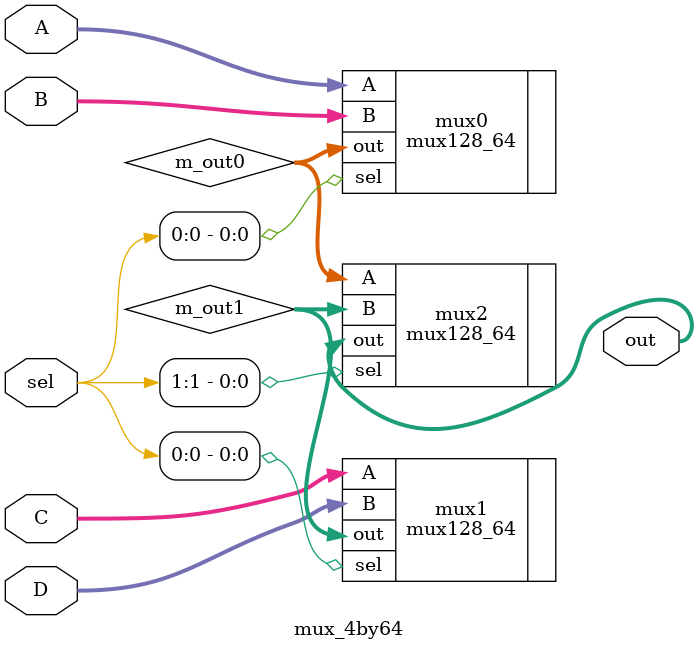
<source format=v>
module mux_4by64 (A, B, C, D, sel, out);
    
    input [63:0] A;
    input [63:0] B;
    input [63:0] C;
    input [63:0] D;
    input [1:0] sel;
    
    output [63:0] out;
    
    wire [63:0] m_out0;
    wire [63:0] m_out1;
    
    
    mux128_64 mux0 (.A(A[63:0]), .B(B[63:0]), .sel(sel[0]), .out(m_out0[63:0]));
    mux128_64 mux1 (.A(C[63:0]), .B(D[63:0]), .sel(sel[0]), .out(m_out1[63:0]));
    
    mux128_64 mux2 (.A(m_out0[63:0]), .B(m_out1[63:0]), .sel(sel[1]), .out(out[63:0]));
    
endmodule

</source>
